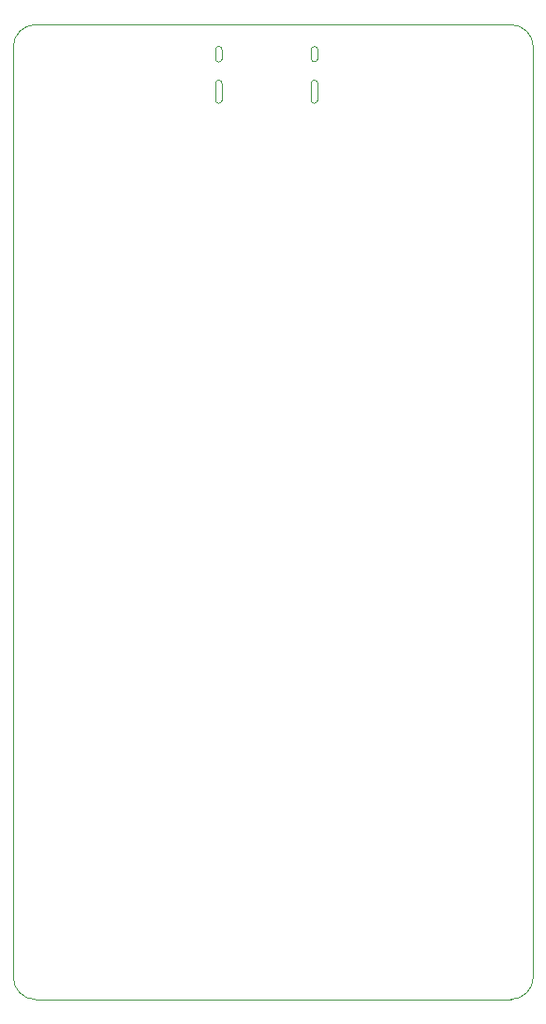
<source format=gm1>
G04 #@! TF.GenerationSoftware,KiCad,Pcbnew,(5.1.7-0-10_14)*
G04 #@! TF.CreationDate,2020-11-10T17:03:04+01:00*
G04 #@! TF.ProjectId,328p-standalone,33323870-2d73-4746-916e-64616c6f6e65,rev?*
G04 #@! TF.SameCoordinates,Original*
G04 #@! TF.FileFunction,Profile,NP*
%FSLAX46Y46*%
G04 Gerber Fmt 4.6, Leading zero omitted, Abs format (unit mm)*
G04 Created by KiCad (PCBNEW (5.1.7-0-10_14)) date 2020-11-10 17:03:04*
%MOMM*%
%LPD*%
G01*
G04 APERTURE LIST*
G04 #@! TA.AperFunction,Profile*
%ADD10C,0.050000*%
G04 #@! TD*
G04 #@! TA.AperFunction,Profile*
%ADD11C,0.001000*%
G04 #@! TD*
G04 APERTURE END LIST*
D10*
X68000000Y-177500000D02*
G75*
G02*
X66000000Y-175500000I0J2000000D01*
G01*
X113000000Y-175500000D02*
G75*
G02*
X111000000Y-177500000I-2000000J0D01*
G01*
X111000000Y-89500000D02*
G75*
G02*
X113000000Y-91500000I0J-2000000D01*
G01*
X66000000Y-91500000D02*
G75*
G02*
X68000000Y-89500000I2000000J0D01*
G01*
X68000000Y-89500000D02*
X111000000Y-89500000D01*
X111000000Y-177500000D02*
X68000000Y-177500000D01*
X66000000Y-175500000D02*
X66000000Y-91500000D01*
X113000000Y-91500000D02*
X113000000Y-175500000D01*
D11*
X93525000Y-91765000D02*
X93525000Y-92565000D01*
X92925000Y-92565000D02*
X92925000Y-91765000D01*
X84875000Y-91765000D02*
X84875000Y-92565000D01*
X84275000Y-92565000D02*
X84275000Y-91765000D01*
X93525000Y-94795000D02*
X93525000Y-96295000D01*
X92925000Y-96295000D02*
X92925000Y-94795000D01*
X84875000Y-94795000D02*
X84875000Y-96295000D01*
X84275000Y-96295000D02*
X84275000Y-94795000D01*
X84875000Y-96295000D02*
G75*
G02*
X84575000Y-96595000I-300000J0D01*
G01*
X84575000Y-96595000D02*
G75*
G02*
X84275000Y-96295000I0J300000D01*
G01*
X84275000Y-94795000D02*
G75*
G02*
X84575000Y-94495000I300000J0D01*
G01*
X84575000Y-94495000D02*
G75*
G02*
X84875000Y-94795000I0J-300000D01*
G01*
X93525000Y-96295000D02*
G75*
G02*
X93225000Y-96595000I-300000J0D01*
G01*
X93225000Y-96595000D02*
G75*
G02*
X92925000Y-96295000I0J300000D01*
G01*
X92925000Y-94795000D02*
G75*
G02*
X93225000Y-94495000I300000J0D01*
G01*
X93225000Y-94495000D02*
G75*
G02*
X93525000Y-94795000I0J-300000D01*
G01*
X84875000Y-92565000D02*
G75*
G02*
X84575000Y-92865000I-300000J0D01*
G01*
X84575000Y-92865000D02*
G75*
G02*
X84275000Y-92565000I0J300000D01*
G01*
X84275000Y-91765000D02*
G75*
G02*
X84575000Y-91465000I300000J0D01*
G01*
X84575000Y-91465000D02*
G75*
G02*
X84875000Y-91765000I0J-300000D01*
G01*
X93525000Y-92565000D02*
G75*
G02*
X93225000Y-92865000I-300000J0D01*
G01*
X93225000Y-92865000D02*
G75*
G02*
X92925000Y-92565000I0J300000D01*
G01*
X92925000Y-91765000D02*
G75*
G02*
X93225000Y-91465000I300000J0D01*
G01*
X93225000Y-91465000D02*
G75*
G02*
X93525000Y-91765000I0J-300000D01*
G01*
M02*

</source>
